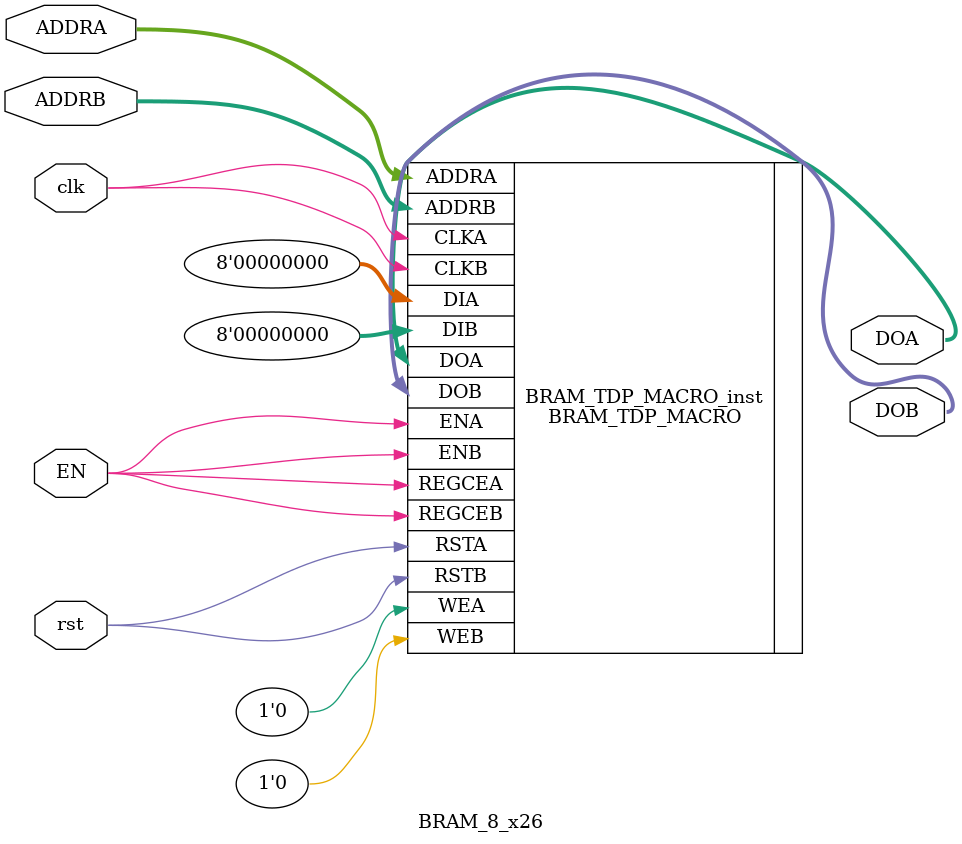
<source format=v>

module BRAM_8_x26(
    input [9:0] ADDRA,
    input [9:0] ADDRB,
    input clk,
    input rst, input EN,
    output [7:0] DOA,
    output [7:0] DOB
    );



// Spartan-6
// Xilinx HDL Libraries Guide, version 14.7
//////////////////////////////////////////////////////////////////////////
// DATA_WIDTH_A/B | BRAM_SIZE | RAM Depth | ADDRA/B Width | WEA/B Width //
// ===============|===========|===========|===============|=============//
// 19-36 | "18Kb" | 512 | 9-bit | 4-bit //
// 10-18 | "18Kb" | 1024 | 10-bit | 2-bit //
// 10-18 | "9Kb" | 512 | 9-bit | 2-bit //
// 5-9 | "18Kb" | 2048 | 11-bit | 1-bit //
// 5-9 | "9Kb" | 1024 | 10-bit | 1-bit //
// 3-4 | "18Kb" | 4096 | 12-bit | 1-bit //
// 3-4 | "9Kb" | 2048 | 11-bit | 1-bit //
// 2 | "18Kb" | 8192 | 13-bit | 1-bit //
// 2 | "9Kb" | 4096 | 12-bit | 1-bit //
// 1 | "18Kb" | 16384 | 14-bit | 1-bit //
// 1 | "9Kb" | 8192 | 12-bit | 1-bit //
//////////////////////////////////////////////////////////////////////////
BRAM_TDP_MACRO #(
	.BRAM_SIZE("9Kb"), // Target BRAM: "9Kb" or "18Kb"
	.DEVICE("SPARTAN6"), // Target device: "VIRTEX5", "VIRTEX6", "SPARTAN6"
	.DOA_REG(1), // Optional port A output register (0 or 1)
	.DOB_REG(1), // Optional port B output register (0 or 1)
	.INIT_A(36'h0123), // Initial values on port A output port
	.INIT_B(36'h3210), // Initial values on port B output port
	.INIT_FILE ("NONE"),
	.READ_WIDTH_A (8), // Valid values are 1-36
	.READ_WIDTH_B (8), // Valid values are 1-36
	.SIM_COLLISION_CHECK ("NONE"), // Collision check enable "ALL", "WARNING_ONLY",
	// "GENERATE_X_ONLY" or "NONE"
	.SRVAL_A(36'h00000000), // Set/Reset value for port A output
	.SRVAL_B(36'h00000000), // Set/Reset value for port B output
	.WRITE_MODE_A("WRITE_FIRST"), // "WRITE_FIRST", "READ_FIRST", or "NO_CHANGE"
	.WRITE_MODE_B("WRITE_FIRST"), // "WRITE_FIRST", "READ_FIRST", or "NO_CHANGE"
	.WRITE_WIDTH_A(8), // Valid values are 1-36
	.WRITE_WIDTH_B(8), // Valid values are 1-36
	
.INIT_00(256'h095BAC0045002900165E85005F00000059050000CE0000006F000000FD000000),
.INIT_01(256'hD7AEB5007FF5D400D9476100741900009EE91900EDECFD00B900E400CF000000),
.INIT_02(256'h03FFE000EB0065001CFAC900F1004C001FA100002C00000029A400001F000000),
.INIT_03(256'hECDDC7D8B270F48A16C0E72C4D68D47E97E459A61217EFF444F95052C40FE600),
.INIT_04(256'h51255CF8B31A779C34984F00B7C600005B216C646240C2008B00CA00D3000000),
.INIT_05(256'h4C13863B4A2C495FFB81AB009CDF00005F0EB6A7826FFCC35D002E00E1000000),
.INIT_06(256'h1EDC3ACA584711AE49531B006EA9540058D84656C51DE832BACBD200466F1800),
.INIT_07(256'h2629CAC5D6E057F3577D2138C6D5D86A074AC8272CDDD011C38296468974EA14),
.INIT_08(256'hF2A057FBBEFBD2FBEDA57EFBA4FBFBFBA2FEFBFB35FBFBFB94FBFBFB06FBFBFB),
.INIT_09(256'h2C554EFB840E2FFB22BC9AFB8FE2FBFB6512E2FB161706FB42FB1FFB34FBFBFB),
.INIT_0A(256'hF8041BFB10FB9EFBE70132FB0AFBB7FBE45AFBFBD7FBFBFBD25FFBFBE4FBFBFB),
.INIT_0B(256'h17263C23498B0F71ED3B1CD7B6932F856C1FA25DE9EC140FBF02ABA93FF41DFB),
.INIT_0C(256'hAADEA70348E18C67CF63B4FB4C3DFBFBA0DA979F99BB39FB70FB31FB28FBFBFB),
.INIT_0D(256'hB7E87DC0B1D7B2A4007A50FB6724FBFBA4F54D5C79940738A6FBD5FB1AFBFBFB),
.INIT_0E(256'hE527C131A3BCEA55B2A8E0FB9552AFFBA323BDAD3EE613C9413029FBBD94E3FB),
.INIT_0F(256'hDDD2313E2D1BAC08AC86DAC33D2E2391FCB133DCD7262BEA38796DBD728F11EF),
.INIT_10(256'h031A330008006900C61E5A00C9000000E1040000AE0000004D00000006000000),
.INIT_11(256'h3E34F700272EBF00E6FB4800FBE5000039CFC40064CBD60088001200D1000000),
.INIT_12(256'h8B9669000C0033004E920000CD005A0033880000F00000009F8C000058000000),
.INIT_13(256'h1E9790BA18924B2979E790057BE64B96D5FA6F2C97E1EEBFDB8A06939D958700),
.INIT_14(256'h55AB69DD770E1A62B799CC002E870000525038BF34EB1100BB00960066000000),
.INIT_15(256'h1BF6DEAE2B53BF11977CDE001C620000F9E88FCC8D53B4737E008400B1000000),
.INIT_16(256'h89BFFFDD27968C626B8D5A007E1F9600D444F4BF3E73DD003D145A006C98CC00),
.INIT_17(256'h0DAF17762215E55A3E9AA867AA9BE5F423278A82488322AE1B703EF1CB6F2962),
.INIT_18(256'hF8E1C8FBF3FB92FB3DE5A1FB32FBFBFB1AFFFBFB55FBFBFBB6FBFBFBFDFBFBFB),
.INIT_19(256'hC5CF0CFBDCD544FB1D00B3FB001EFBFBC2343FFB9F302DFB73FBE9FB2AFBFBFB),
.INIT_1A(256'h706D92FBF7FBC8FBB569FBFB36FBA1FBC873FBFB0BFBFBFB6477FBFBA3FBFBFB),
.INIT_1B(256'hE56C6B41E369B0D2821C6BFE801DB06D2E0194D76C1A15442071FD68666E7CFB),
.INIT_1C(256'hAE5092268CF5E1994C6237FBD57CFBFBA9ABC344CF10EAFB40FB6DFB9DFBFBFB),
.INIT_1D(256'hE00D2555D0A844EA6C8725FBE799FBFB0213743776A84F8885FB7FFB4AFBFBFB),
.INIT_1E(256'h72440426DC6D77999076A1FB85E46DFB2FBF0F44C58826FBC6EFA1FB976337FB),
.INIT_1F(256'hF654EC8DD9EE1EA1C561539C51601E0FD8DC7179B378D955E08BC50A3094D299),



	
	//===============================================================================
	
	.INIT_20(256'h0000000000000000000000000000000000000000000000000000000000000000),
	.INIT_21(256'h0000000000000000000000000000000000000000000000000000000000000000),
	.INIT_22(256'h0000000000000000000000000000000000000000000000000000000000000000),
	.INIT_23(256'h0000000000000000000000000000000000000000000000000000000000000000),
	.INIT_24(256'h0000000000000000000000000000000000000000000000000000000000000000),
	.INIT_25(256'h0000000000000000000000000000000000000000000000000000000000000000),
	.INIT_26(256'h0000000000000000000000000000000000000000000000000000000000000000),
	.INIT_27(256'h0000000000000000000000000000000000000000000000000000000000000000),
	.INIT_28(256'h0000000000000000000000000000000000000000000000000000000000000000),
	.INIT_29(256'h0000000000000000000000000000000000000000000000000000000000000000),
	.INIT_2A(256'h0000000000000000000000000000000000000000000000000000000000000000),
	.INIT_2B(256'h0000000000000000000000000000000000000000000000000000000000000000),
	.INIT_2C(256'h0000000000000000000000000000000000000000000000000000000000000000),
	.INIT_2D(256'h0000000000000000000000000000000000000000000000000000000000000000),
	.INIT_2E(256'h0000000000000000000000000000000000000000000000000000000000000000),
	.INIT_2F(256'h0000000000000000000000000000000000000000000000000000000000000000),
	.INIT_30(256'h0000000000000000000000000000000000000000000000000000000000000000),
	.INIT_31(256'h0000000000000000000000000000000000000000000000000000000000000000),
	.INIT_32(256'h0000000000000000000000000000000000000000000000000000000000000000),
	.INIT_33(256'h0000000000000000000000000000000000000000000000000000000000000000),
	.INIT_34(256'h0000000000000000000000000000000000000000000000000000000000000000),
	.INIT_35(256'h0000000000000000000000000000000000000000000000000000000000000000),
	.INIT_36(256'h0000000000000000000000000000000000000000000000000000000000000000),
	.INIT_37(256'h0000000000000000000000000000000000000000000000000000000000000000),
	.INIT_38(256'h0000000000000000000000000000000000000000000000000000000000000000),
	.INIT_39(256'h0000000000000000000000000000000000000000000000000000000000000000),
	.INIT_3A(256'h0000000000000000000000000000000000000000000000000000000000000000),
	.INIT_3B(256'h0000000000000000000000000000000000000000000000000000000000000000),
	.INIT_3C(256'h0000000000000000000000000000000000000000000000000000000000000000),
	.INIT_3D(256'h0000000000000000000000000000000000000000000000000000000000000000),
	.INIT_3E(256'h0000000000000000000000000000000000000000000000000000000000000000),
	.INIT_3F(256'h0000000000000000000000000000000000000000000000000000000000000000),


	// The next set of INITP_xx are for the parity bits
	.INITP_00(256'h0000000000000000000000000000000000000000000000000000000000000000),
	.INITP_01(256'h0000000000000000000000000000000000000000000000000000000000000000),
	.INITP_02(256'h0000000000000000000000000000000000000000000000000000000000000000),
	.INITP_03(256'h0000000000000000000000000000000000000000000000000000000000000000),
	// The next set of INITP_xx are for "18Kb" configuration only
	.INITP_04(256'h0000000000000000000000000000000000000000000000000000000000000000),
	.INITP_05(256'h0000000000000000000000000000000000000000000000000000000000000000),
	.INITP_06(256'h0000000000000000000000000000000000000000000000000000000000000000),
	.INITP_07(256'h0000000000000000000000000000000000000000000000000000000000000000)
) BRAM_TDP_MACRO_inst (
	.DOA(DOA), // Output port-A data, width defined by READ_WIDTH_A parameter
	.DOB(DOB), // Output port-B data, width defined by READ_WIDTH_B parameter
	.ADDRA(ADDRA), // Input port-A address, width defined by Port A depth
	.ADDRB(ADDRB), // Input port-B address, width defined by Port B depth
	.CLKA(clk), // 1-bit input port-A clock
	.CLKB(clk), // 1-bit input port-B clock
		.DIA(8'h0), // Input port-A data, width defined by WRITE_WIDTH_A parameter
	.DIB(8'h0), // Input port-B data, width defined by WRITE_WIDTH_B parameter
	.ENA(EN), // 1-bit input port-A enable
	.ENB(EN), // 1-bit input port-B enable
	.REGCEA(EN), // 1-bit input port-A output register enable
	.REGCEB(EN), // 1-bit input port-B output register enable
	.RSTA(rst), // 1-bit input port-A reset
	.RSTB(rst), // 1-bit input port-B reset
	.WEA(1'b0), // Input port-A write enable, width defined by Port A depth
	.WEB(1'b0) // Input port-B write enable, width defined by Port B depth
);
// End of BRAM_TDP_MACRO_inst instantiation
endmodule

</source>
